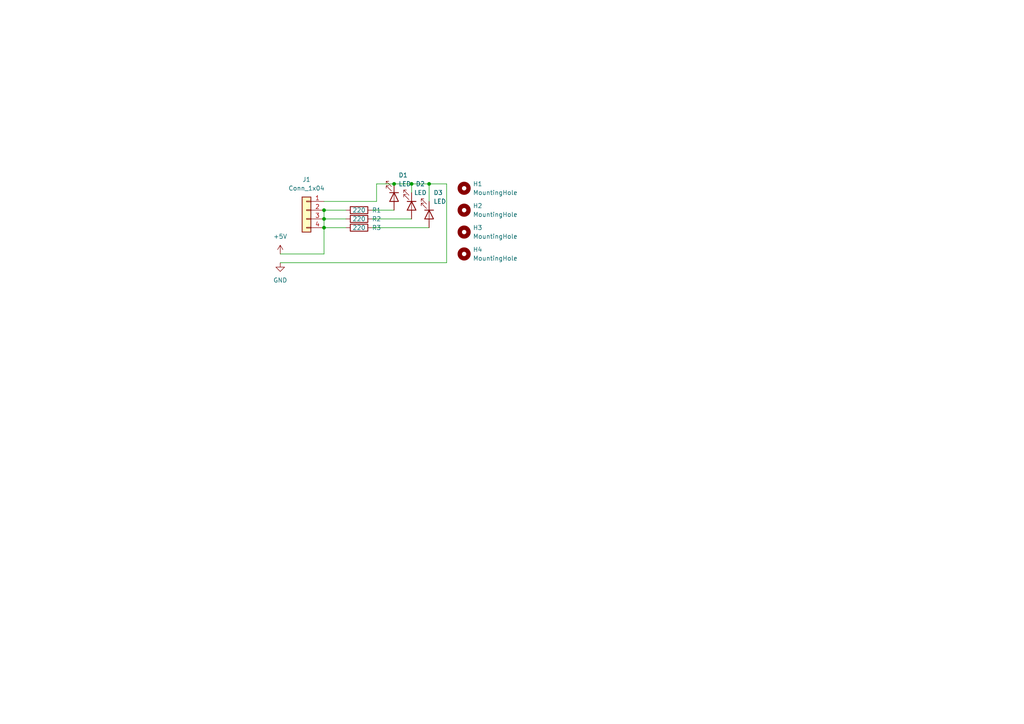
<source format=kicad_sch>
(kicad_sch (version 20211123) (generator eeschema)
  (paper "A4")
  (title_block (title "Stop Light") (date "2022-03-30") (rev "1.0") (company "Libertine Class-X") (comment 1 "Goran Todorovic"))
  (lib_symbols
    (symbol "Connector_Generic:Conn_01x04" (pin_names (offset 1.016) hide)
      (property "Reference" "J" (at 0 5.08 0))
      (property "Value" "Conn_01x04" (at 0 -7.62 0))
      (symbol "Conn_01x04_1_1"
        (rectangle (start -1.27 -4.953) (end 0 -5.207) (stroke (width 0.1524)))
        (rectangle (start -1.27 -2.413) (end 0 -2.667) (stroke (width 0.1524)))
        (rectangle (start -1.27 0.127) (end 0 -0.127) (stroke (width 0.1524)))
        (rectangle (start -1.27 2.667) (end 0 2.413) (stroke (width 0.1524)))
        (rectangle (start -1.27 3.81) (end 1.27 -6.35) (stroke (width 0.254)) (fill (type background)))
        (pin passive line (at -5.08 2.54 0) (length 3.81) (name "Pin_1") (number "1"))
        (pin passive line (at -5.08 0 0) (length 3.81) (name "Pin_2") (number "2"))
        (pin passive line (at -5.08 -2.54 0) (length 3.81) (name "Pin_3") (number "3"))
        (pin passive line (at -5.08 -5.08 0) (length 3.81) (name "Pin_4") (number "4"))
      )
    )
    (symbol "Device:LED" (pin_numbers hide) (pin_names (offset 1.016) hide)
      (property "Reference" "D" (at 0 2.54 0))
      (property "Value" "LED" (at 0 -2.54 0))
      (symbol "LED_0_1"
        (polyline (pts (xy -1.27 -1.27) (xy -1.27 1.27)) (stroke (width 0.254)))
        (polyline (pts (xy -1.27 0) (xy 1.27 0)))
        (polyline (pts (xy 1.27 -1.27) (xy 1.27 1.27) (xy -1.27 0) (xy 1.27 -1.27)) (stroke (width 0.254)))
        (polyline (pts (xy -3.048 -0.762) (xy -4.572 -2.286) (xy -3.81 -2.286) (xy -4.572 -2.286) (xy -4.572 -1.524)))
        (polyline (pts (xy -1.778 -0.762) (xy -3.302 -2.286) (xy -2.54 -2.286) (xy -3.302 -2.286) (xy -3.302 -1.524)))
      )
      (symbol "LED_1_1"
        (pin passive line (at -3.81 0 0) (length 2.54) (name "K") (number "1"))
        (pin passive line (at 3.81 0 180) (length 2.54) (name "A") (number "2"))
      )
    )
    (symbol "Device:R" (pin_numbers hide) (pin_names (offset 0))
      (property "Reference" "R" (at 2.032 0 90))
      (property "Value" "R" (at 0 0 90))
      (symbol "R_0_1"
        (rectangle (start -1.016 -2.54) (end 1.016 2.54) (stroke (width 0.254)))
      )
      (symbol "R_1_1"
        (pin passive line (at 0 3.81 270) (length 1.27) (name "~") (number "1"))
        (pin passive line (at 0 -3.81 90) (length 1.27) (name "~") (number "2"))
      )
    )
    (symbol "Mechanical:MountingHole" (pin_names (offset 1.016))
      (property "Reference" "H" (at 0 5.08 0))
      (property "Value" "MountingHole" (at 0 3.175 0))
      (symbol "MountingHole_0_1"
        (circle (center 0 0) (radius 1.27) (stroke (width 1.27)))
      )
    )
    (symbol "power:+5V" (power) (pin_names (offset 0))
      (property "Value" "+5V" (at 0 3.556 0))
      (symbol "+5V_0_1"
        (polyline (pts (xy -0.762 1.27) (xy 0 2.54)))
        (polyline (pts (xy 0 0) (xy 0 2.54)))
        (polyline (pts (xy 0 2.54) (xy 0.762 1.27)))
      )
      (symbol "+5V_1_1"
        (pin power_in line (at 0 0 90) (length 0) hide (name "+5V") (number "1"))
      )
    )
    (symbol "power:GND" (power) (pin_names (offset 0))
      (property "Value" "GND" (at 0 -3.81 0))
      (symbol "GND_0_1"
        (polyline (pts (xy 0 0) (xy 0 -1.27) (xy 1.27 -1.27) (xy 0 -2.54) (xy -1.27 -1.27) (xy 0 -1.27)))
      )
      (symbol "GND_1_1"
        (pin power_in line (at 0 0 270) (length 0) hide (name "GND") (number "1"))
      )
    )
  )
  (junction (at 93.98 66.04))
  (junction (at 119.38 53.34))
  (junction (at 124.46 53.34))
  (junction (at 114.3 53.34))
  (junction (at 93.98 63.5))
  (junction (at 93.98 60.96))
  (wire (pts (xy 109.22 53.34) (xy 114.3 53.34)))
  (wire (pts (xy 93.98 63.5) (xy 100.33 63.5)))
  (wire (pts (xy 93.98 66.04) (xy 100.33 66.04)))
  (wire (pts (xy 124.46 53.34) (xy 124.46 58.42)))
  (wire (pts (xy 114.3 53.34) (xy 119.38 53.34)))
  (wire (pts (xy 109.22 58.42) (xy 109.22 53.34)))
  (wire (pts (xy 129.54 76.2) (xy 129.54 53.34)))
  (wire (pts (xy 124.46 53.34) (xy 129.54 53.34)))
  (wire (pts (xy 93.98 63.5) (xy 93.98 60.96)))
  (wire (pts (xy 93.98 66.04) (xy 93.98 63.5)))
  (wire (pts (xy 107.95 60.96) (xy 114.3 60.96)))
  (wire (pts (xy 107.95 63.5) (xy 119.38 63.5)))
  (wire (pts (xy 81.28 76.2) (xy 129.54 76.2)))
  (wire (pts (xy 109.22 58.42) (xy 93.98 58.42)))
  (wire (pts (xy 119.38 53.34) (xy 119.38 55.88)))
  (wire (pts (xy 93.98 73.66) (xy 93.98 66.04)))
  (wire (pts (xy 81.28 73.66) (xy 93.98 73.66)))
  (wire (pts (xy 107.95 66.04) (xy 124.46 66.04)))
  (wire (pts (xy 119.38 53.34) (xy 124.46 53.34)))
  (wire (pts (xy 93.98 60.96) (xy 100.33 60.96)))
  (symbol (lib_id "Device:LED") (at 114.3 57.15 270) (unit 1)
    (property "Reference" "D1" (at 115.57 50.8 90) (effects (justify left)))
    (property "Value" "LED" (at 115.57 53.34 90) (effects (justify left)))
    (property "Footprint" "LED_THT:LED_D3.0mm" (effects hide))
  )
  (symbol (lib_id "Device:R") (at 104.14 63.5 90) (unit 1)
    (property "Reference" "R2" (at 109.22 63.5 90))
    (property "Value" "220" (at 104.14 63.5 90))
    (property "Footprint" "Resistor_THT:R_Axial_DIN0204_L3.6mm_D1.6mm_P5.08mm_Horizontal" (effects hide))
  )
  (symbol (lib_id "Device:LED") (at 119.38 59.69 270) (unit 1)
    (property "Reference" "D2" (at 121.92 53.34 90))
    (property "Value" "LED" (at 121.92 55.88 90))
    (property "Footprint" "LED_THT:LED_D3.0mm" (effects hide))
  )
  (symbol (lib_id "Device:R") (at 104.14 66.04 90) (unit 1)
    (property "Reference" "R3" (at 109.22 66.04 90))
    (property "Value" "220" (at 104.14 66.04 90))
    (property "Footprint" "Resistor_THT:R_Axial_DIN0204_L3.6mm_D1.6mm_P5.08mm_Horizontal" (effects hide))
  )
  (symbol (lib_id "power:+5V") (at 81.28 73.66 0) (unit 1)
    (property "Reference" "#PWR01" (effects hide))
    (property "Value" "+5V" (at 81.28 68.58 0))
  )
  (symbol (lib_id "Device:R") (at 104.14 60.96 90) (unit 1)
    (property "Reference" "R1" (at 109.22 60.96 90))
    (property "Value" "220" (at 104.14 60.96 90))
    (property "Footprint" "Resistor_THT:R_Axial_DIN0204_L3.6mm_D1.6mm_P5.08mm_Horizontal" (effects hide))
  )
  (symbol (lib_id "Mechanical:MountingHole") (at 134.62 54.61 0) (unit 1)
    (property "Reference" "H1" (at 137.16 53.3399 0) (effects (justify left)))
    (property "Value" "MountingHole" (at 137.16 55.8799 0) (effects (justify left)))
    (property "Footprint" "MountingHole:MountingHole_2.5mm_Pad" (effects hide))
  )
  (symbol (lib_id "Mechanical:MountingHole") (at 134.62 67.31 0) (unit 1)
    (property "Reference" "H3" (at 137.16 66.0399 0) (effects (justify left)))
    (property "Value" "MountingHole" (at 137.16 68.5799 0) (effects (justify left)))
    (property "Footprint" "MountingHole:MountingHole_2.5mm_Pad" (effects hide))
  )
  (symbol (lib_id "Device:LED") (at 124.46 62.23 270) (unit 1)
    (property "Reference" "D3" (at 125.73 55.88 90) (effects (justify left)))
    (property "Value" "LED" (at 125.73 58.42 90) (effects (justify left)))
    (property "Footprint" "LED_THT:LED_D3.0mm" (effects hide))
  )
  (symbol (lib_id "Mechanical:MountingHole") (at 134.62 73.66 0) (unit 1)
    (property "Reference" "H4" (at 137.16 72.3899 0) (effects (justify left)))
    (property "Value" "MountingHole" (at 137.16 74.9299 0) (effects (justify left)))
    (property "Footprint" "MountingHole:MountingHole_2.5mm_Pad" (effects hide))
  )
  (symbol (lib_id "Connector_Generic:Conn_01x04") (at 88.9 60.96 0) (mirror y) (unit 1)
    (property "Reference" "J1" (at 88.9 52.07 0))
    (property "Value" "Conn_1x04" (at 88.9 54.61 0))
    (property "Footprint" "Connector_PinHeader_2.54mm:PinHeader_1x04_P2.54mm_Horizontal" (effects hide))
  )
  (symbol (lib_id "Mechanical:MountingHole") (at 134.62 60.96 0) (unit 1)
    (property "Reference" "H2" (at 137.16 59.6899 0) (effects (justify left)))
    (property "Value" "MountingHole" (at 137.16 62.2299 0) (effects (justify left)))
    (property "Footprint" "MountingHole:MountingHole_2.5mm_Pad" (effects hide))
  )
  (symbol (lib_id "power:GND") (at 81.28 76.2 0) (unit 1)
    (property "Reference" "#PWR02" (effects hide))
    (property "Value" "GND" (at 81.28 81.28 0))
  )
)
</source>
